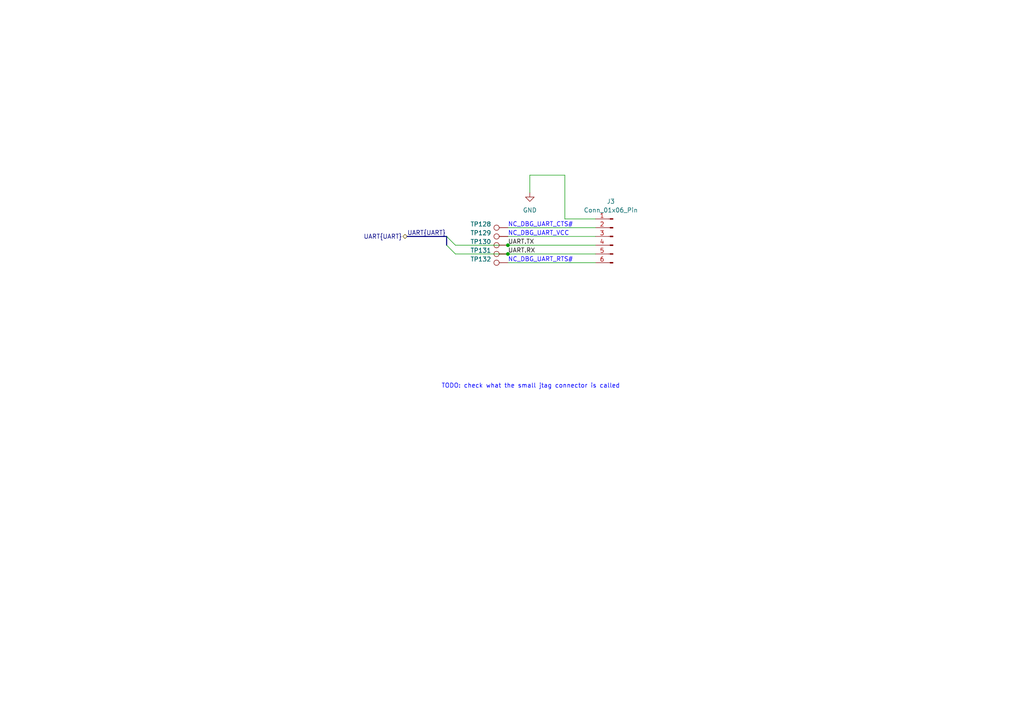
<source format=kicad_sch>
(kicad_sch (version 20250114) (generator "eeschema") (generator_version "9.0")
  (paper "A4")
  (lib_symbols
    (symbol "Connector:Conn_01x06_Pin" (pin_names (offset 1.016) (hide yes))
      (property "Reference" "J" (at 0 7.62 0))
      (property "Value" "Conn_01x06_Pin" (at 0 -10.16 0))
      (symbol "Conn_01x06_Pin_1_1"
        (rectangle (start 0.8636 5.207) (end 0 4.953) (stroke (width 0.1524)) (fill (type outline)))
        (rectangle (start 0.8636 2.667) (end 0 2.413) (stroke (width 0.1524)) (fill (type outline)))
        (rectangle (start 0.8636 0.127) (end 0 -0.127) (stroke (width 0.1524)) (fill (type outline)))
        (rectangle (start 0.8636 -2.413) (end 0 -2.667) (stroke (width 0.1524)) (fill (type outline)))
        (rectangle (start 0.8636 -4.953) (end 0 -5.207) (stroke (width 0.1524)) (fill (type outline)))
        (rectangle (start 0.8636 -7.493) (end 0 -7.747) (stroke (width 0.1524)) (fill (type outline)))
        (polyline (pts (xy 1.27 5.08) (xy 0.8636 5.08)) (stroke (width 0.1524)))
        (polyline (pts (xy 1.27 2.54) (xy 0.8636 2.54)) (stroke (width 0.1524)))
        (polyline (pts (xy 1.27 0) (xy 0.8636 0)) (stroke (width 0.1524)))
        (polyline (pts (xy 1.27 -2.54) (xy 0.8636 -2.54)) (stroke (width 0.1524)))
        (polyline (pts (xy 1.27 -5.08) (xy 0.8636 -5.08)) (stroke (width 0.1524)))
        (polyline (pts (xy 1.27 -7.62) (xy 0.8636 -7.62)) (stroke (width 0.1524)))
        (pin passive line (at 5.08 5.08 180) (length 3.81) (name "Pin_1") (number "1"))
        (pin passive line (at 5.08 2.54 180) (length 3.81) (name "Pin_2") (number "2"))
        (pin passive line (at 5.08 0 180) (length 3.81) (name "Pin_3") (number "3"))
        (pin passive line (at 5.08 -2.54 180) (length 3.81) (name "Pin_4") (number "4"))
        (pin passive line (at 5.08 -5.08 180) (length 3.81) (name "Pin_5") (number "5"))
        (pin passive line (at 5.08 -7.62 180) (length 3.81) (name "Pin_6") (number "6"))
      )
    )
    (symbol "Connector:TestPoint" (pin_numbers (hide yes)) (pin_names (offset 0.762) (hide yes))
      (property "Reference" "TP" (at 0 6.858 0))
      (property "Value" "TestPoint" (at 0 5.08 0))
      (symbol "TestPoint_0_1"
        (circle (center 0 3.302) (radius 0.762))
      )
      (symbol "TestPoint_1_1"
        (pin passive line (at 0 0 90) (length 2.54) (name "1") (number "1"))
      )
    )
    (symbol "power:GND" (power) (pin_numbers (hide yes)) (pin_names (offset 0) (hide yes))
      (property "Value" "GND" (at 0 -3.81 0))
      (symbol "GND_0_1"
        (polyline (pts (xy 0 0) (xy 0 -1.27) (xy 1.27 -1.27) (xy 0 -2.54) (xy -1.27 -1.27) (xy 0 -1.27)))
      )
      (symbol "GND_1_1"
        (pin power_in line (at 0 0 270) (length 0) (name "~") (number "1"))
      )
    )
  )
  (text "TODO: check what the small jtag connector is called" (at 153.924 112.014 0) (effects (font (size 1.27 1.27))))
  (junction (at 147.32 73.66))
  (junction (at 147.32 71.12))
  (bus_entry (at 129.54 71.12) (size 2.54 2.54))
  (bus_entry (at 129.54 68.58) (size 2.54 2.54))
  (wire (pts (xy 147.32 66.04) (xy 172.72 66.04)))
  (wire (pts (xy 132.08 73.66) (xy 147.32 73.66)))
  (wire (pts (xy 163.83 63.5) (xy 163.83 50.8)))
  (wire (pts (xy 147.32 76.2) (xy 172.72 76.2)))
  (bus (pts (xy 118.11 68.58) (xy 129.54 68.58)))
  (wire (pts (xy 147.32 68.58) (xy 172.72 68.58)))
  (wire (pts (xy 172.72 63.5) (xy 163.83 63.5)))
  (wire (pts (xy 147.32 71.12) (xy 172.72 71.12)))
  (wire (pts (xy 153.67 50.8) (xy 153.67 55.88)))
  (wire (pts (xy 163.83 50.8) (xy 153.67 50.8)))
  (wire (pts (xy 147.32 73.66) (xy 172.72 73.66)))
  (wire (pts (xy 132.08 71.12) (xy 147.32 71.12)))
  (bus (pts (xy 129.54 71.12) (xy 129.54 68.58)))
  (label "UART{UART}" (at 118.11 68.58 0))
  (label "NC_DBG_UART_CTS#" (at 147.32 66.04 0))
  (label "NC_DBG_UART_VCC" (at 147.32 68.58 0))
  (label "UART.TX" (at 147.32 71.12 0))
  (label "NC_DBG_UART_RTS#" (at 147.32 76.2 0))
  (label "UART.RX" (at 147.32 73.66 0))
  (hierarchical_label "UART{UART}" (shape bidirectional) (at 118.11 68.58 180))
  (symbol (lib_id "power:GND") (at 153.67 55.88 0) (unit 1)
    (property "Reference" "#PWR0177" (effects (hide yes)))
    (property "Value" "GND" (at 153.67 60.96 0))
    (property "Description" "Power symbol creates a global label with name \"GND\" , ground" (effects (hide yes)))
  )
  (symbol (lib_id "Connector:TestPoint") (at 147.32 76.2 90) (unit 1)
    (property "Reference" "TP132" (at 142.494 75.184 90) (effects (justify left)))
    (property "Value" "TestPoint" (effects (hide yes)))
    (property "Description" "test point" (effects (hide yes)))
  )
  (symbol (lib_id "Connector:TestPoint") (at 147.32 73.66 90) (unit 1)
    (property "Reference" "TP131" (at 142.494 72.644 90) (effects (justify left)))
    (property "Value" "TestPoint" (effects (hide yes)))
    (property "Description" "test point" (effects (hide yes)))
  )
  (symbol (lib_id "Connector:TestPoint") (at 147.32 68.58 90) (unit 1)
    (property "Reference" "TP129" (at 142.494 67.564 90) (effects (justify left)))
    (property "Value" "TestPoint" (effects (hide yes)))
    (property "Description" "test point" (effects (hide yes)))
  )
  (symbol (lib_id "Connector:Conn_01x06_Pin") (at 177.8 68.58 0) (mirror y) (unit 1)
    (property "Reference" "J3" (at 177.165 58.42 0))
    (property "Value" "Conn_01x06_Pin" (at 177.165 60.96 0))
    (property "Footprint" "Connector_PinHeader_2.54mm:PinHeader_1x06_P2.54mm_Vertical" (effects (hide yes)))
    (property "Description" "Generic connector, single row, 01x06, script generated" (effects (hide yes)))
  )
  (symbol (lib_id "Connector:TestPoint") (at 147.32 71.12 90) (unit 1)
    (property "Reference" "TP130" (at 142.494 70.104 90) (effects (justify left)))
    (property "Value" "TestPoint" (effects (hide yes)))
    (property "Description" "test point" (effects (hide yes)))
  )
  (symbol (lib_id "Connector:TestPoint") (at 147.32 66.04 90) (unit 1)
    (property "Reference" "TP128" (at 142.494 65.024 90) (effects (justify left)))
    (property "Value" "TestPoint" (effects (hide yes)))
    (property "Description" "test point" (effects (hide yes)))
  )
)
</source>
